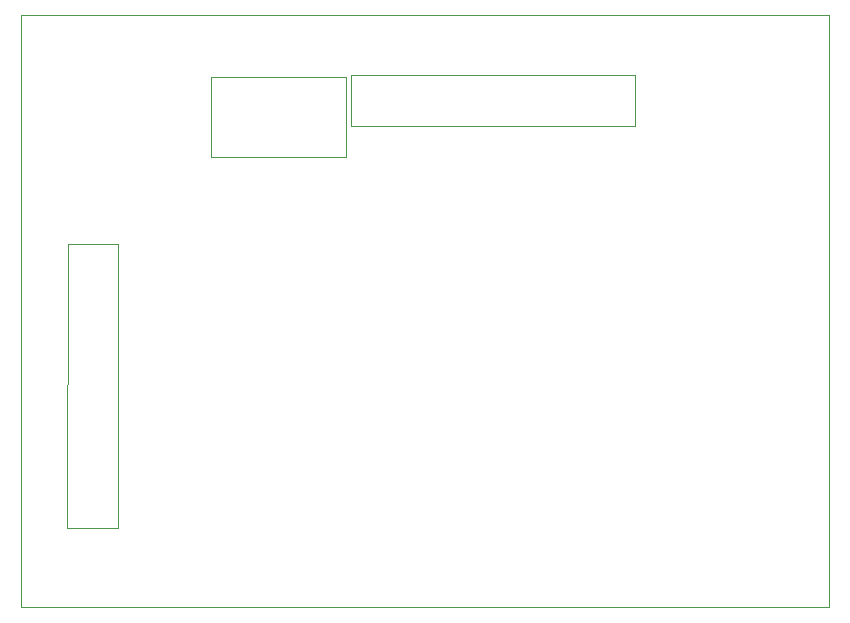
<source format=gm1>
G04*
G04 #@! TF.GenerationSoftware,Altium Limited,Altium Designer,19.1.7 (138)*
G04*
G04 Layer_Color=16711935*
%FSLAX25Y25*%
%MOIN*%
G70*
G01*
G75*
%ADD56C,0.00492*%
%ADD57C,0.00394*%
%ADD58C,0.00100*%
D56*
X369500Y100001D02*
Y297500D01*
X100000D02*
X369500D01*
X100001Y100001D02*
X369500D01*
X100000Y100002D02*
Y297500D01*
Y100002D02*
X100001Y100001D01*
D57*
X163300Y276800D02*
X165800D01*
X163300Y263500D02*
Y276800D01*
X167900Y250200D02*
X208300D01*
Y264200D02*
Y276800D01*
Y259500D02*
Y264200D01*
Y250200D02*
Y259500D01*
X163300Y250200D02*
X167900D01*
X165800Y276800D02*
X208300D01*
X163300Y250200D02*
Y263500D01*
D58*
X210054Y277555D02*
X304541Y277443D01*
Y260570D02*
Y277554D01*
X210054Y260570D02*
X304541D01*
X210054D02*
Y277555D01*
X115501Y126500D02*
X132487D01*
Y220987D01*
X115503D02*
X132487D01*
X115501Y126500D02*
X115613Y220987D01*
M02*

</source>
